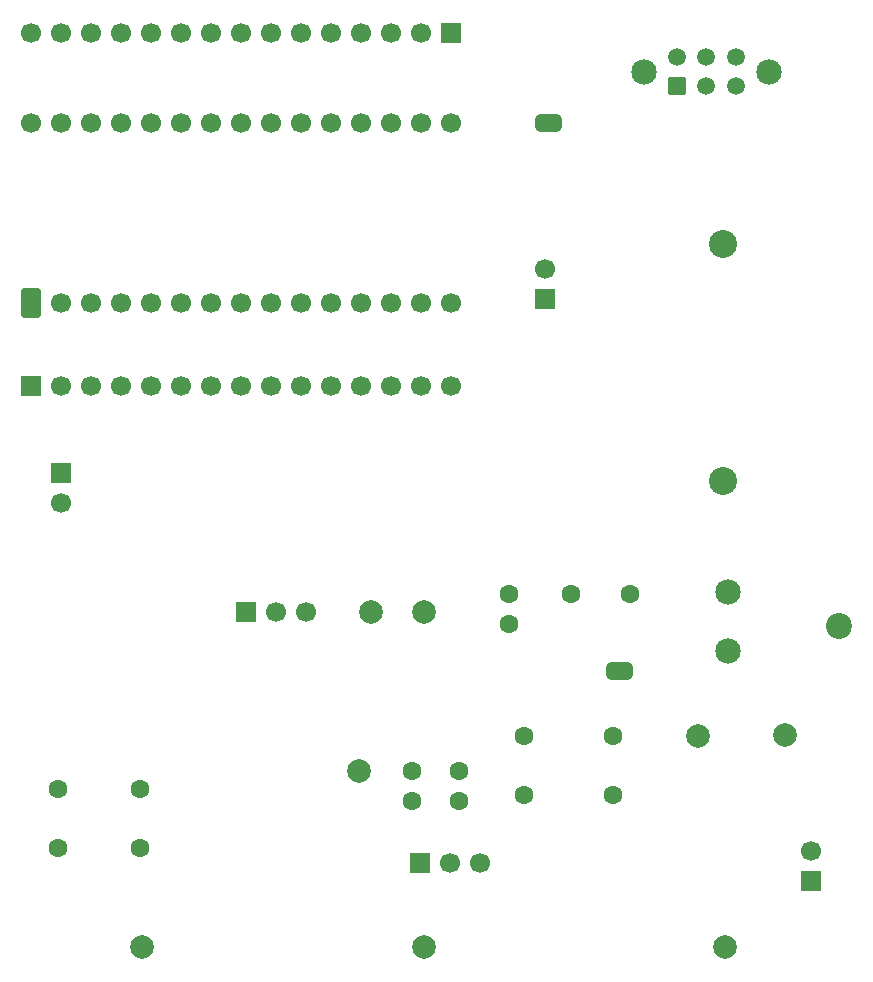
<source format=gbr>
%TF.GenerationSoftware,KiCad,Pcbnew,9.0.3*%
%TF.CreationDate,2025-08-01T09:54:24-04:00*%
%TF.ProjectId,ECG,4543472e-6b69-4636-9164-5f7063625858,rev?*%
%TF.SameCoordinates,Original*%
%TF.FileFunction,Soldermask,Bot*%
%TF.FilePolarity,Negative*%
%FSLAX46Y46*%
G04 Gerber Fmt 4.6, Leading zero omitted, Abs format (unit mm)*
G04 Created by KiCad (PCBNEW 9.0.3) date 2025-08-01 09:54:24*
%MOMM*%
%LPD*%
G01*
G04 APERTURE LIST*
G04 Aperture macros list*
%AMRoundRect*
0 Rectangle with rounded corners*
0 $1 Rounding radius*
0 $2 $3 $4 $5 $6 $7 $8 $9 X,Y pos of 4 corners*
0 Add a 4 corners polygon primitive as box body*
4,1,4,$2,$3,$4,$5,$6,$7,$8,$9,$2,$3,0*
0 Add four circle primitives for the rounded corners*
1,1,$1+$1,$2,$3*
1,1,$1+$1,$4,$5*
1,1,$1+$1,$6,$7*
1,1,$1+$1,$8,$9*
0 Add four rect primitives between the rounded corners*
20,1,$1+$1,$2,$3,$4,$5,0*
20,1,$1+$1,$4,$5,$6,$7,0*
20,1,$1+$1,$6,$7,$8,$9,0*
20,1,$1+$1,$8,$9,$2,$3,0*%
%AMFreePoly0*
4,1,23,0.500000,-0.750000,0.000000,-0.750000,0.000000,-0.745722,-0.065263,-0.745722,-0.191342,-0.711940,-0.304381,-0.646677,-0.396677,-0.554381,-0.461940,-0.441342,-0.495722,-0.315263,-0.495722,-0.250000,-0.500000,-0.250000,-0.500000,0.250000,-0.495722,0.250000,-0.495722,0.315263,-0.461940,0.441342,-0.396677,0.554381,-0.304381,0.646677,-0.191342,0.711940,-0.065263,0.745722,0.000000,0.745722,
0.000000,0.750000,0.500000,0.750000,0.500000,-0.750000,0.500000,-0.750000,$1*%
%AMFreePoly1*
4,1,23,0.000000,0.745722,0.065263,0.745722,0.191342,0.711940,0.304381,0.646677,0.396677,0.554381,0.461940,0.441342,0.495722,0.315263,0.495722,0.250000,0.500000,0.250000,0.500000,-0.250000,0.495722,-0.250000,0.495722,-0.315263,0.461940,-0.441342,0.396677,-0.554381,0.304381,-0.646677,0.191342,-0.711940,0.065263,-0.745722,0.000000,-0.745722,0.000000,-0.750000,-0.500000,-0.750000,
-0.500000,0.750000,0.000000,0.750000,0.000000,0.745722,0.000000,0.745722,$1*%
G04 Aperture macros list end*
%ADD10C,2.000000*%
%ADD11R,1.700000X1.700000*%
%ADD12C,1.700000*%
%ADD13C,1.600000*%
%ADD14C,2.154000*%
%ADD15C,2.200000*%
%ADD16RoundRect,0.255000X-0.595000X1.015000X-0.595000X-1.015000X0.595000X-1.015000X0.595000X1.015000X0*%
%ADD17C,2.379000*%
%ADD18RoundRect,0.102000X-0.654000X-0.654000X0.654000X-0.654000X0.654000X0.654000X-0.654000X0.654000X0*%
%ADD19C,1.512000*%
%ADD20FreePoly0,180.000000*%
%ADD21FreePoly1,180.000000*%
%ADD22FreePoly0,0.000000*%
%ADD23FreePoly1,0.000000*%
G04 APERTURE END LIST*
%TO.C,JP1*%
G36*
X150340001Y-81042999D02*
G01*
X150040001Y-81042999D01*
X150040001Y-82542999D01*
X150340001Y-82542999D01*
X150340001Y-81042999D01*
G37*
%TO.C,JP2*%
G36*
X144015000Y-36183000D02*
G01*
X144315000Y-36183000D01*
X144315000Y-34683000D01*
X144015000Y-34683000D01*
X144015000Y-36183000D01*
G37*
%TD*%
D10*
%TO.C,TP5*%
X159090001Y-105156000D03*
%TD*%
D11*
%TO.C,J3*%
X100330000Y-57658000D03*
D12*
X102870000Y-57658000D03*
X105410000Y-57658000D03*
X107950000Y-57658000D03*
X110490000Y-57658000D03*
X113030000Y-57658000D03*
X115570000Y-57658000D03*
X118110000Y-57658000D03*
X120650000Y-57658000D03*
X123190000Y-57658000D03*
X125730000Y-57658000D03*
X128270000Y-57658000D03*
X130810000Y-57658000D03*
X133350000Y-57658000D03*
X135890000Y-57658000D03*
%TD*%
D13*
%TO.C,C2*%
X109590001Y-96792999D03*
X109590001Y-91792999D03*
%TD*%
D11*
%TO.C,J2*%
X133260001Y-98042999D03*
D12*
X135800001Y-98042999D03*
X138340001Y-98042999D03*
%TD*%
D14*
%TO.C,J5*%
X159381000Y-75137000D03*
X159381000Y-80137000D03*
%TD*%
D13*
%TO.C,R22*%
X136590001Y-92832999D03*
X136590001Y-90292999D03*
%TD*%
%TO.C,C6*%
X142090001Y-92292999D03*
X142090001Y-87292999D03*
%TD*%
D10*
%TO.C,TP3*%
X133590001Y-105156000D03*
%TD*%
%TO.C,TP2*%
X129090001Y-76792999D03*
%TD*%
%TO.C,TP8*%
X164211000Y-87249000D03*
%TD*%
D11*
%TO.C,J8*%
X102870000Y-65019000D03*
D12*
X102870000Y-67559000D03*
%TD*%
D11*
%TO.C,J1*%
X118510001Y-76792999D03*
D12*
X121050001Y-76792999D03*
X123590001Y-76792999D03*
%TD*%
D13*
%TO.C,C22*%
X102590001Y-96792999D03*
X102590001Y-91792999D03*
%TD*%
D11*
%TO.C,J7*%
X166370000Y-99568000D03*
D12*
X166370000Y-97028000D03*
%TD*%
D10*
%TO.C,TP6*%
X128090001Y-90292999D03*
%TD*%
D15*
%TO.C,H1*%
X168783000Y-77978000D03*
%TD*%
D13*
%TO.C,C7*%
X151090001Y-75292999D03*
X146090001Y-75292999D03*
%TD*%
D16*
%TO.C,U3*%
X100330000Y-50673000D03*
D12*
X102870000Y-50673000D03*
X105410000Y-50673000D03*
X107950000Y-50673000D03*
X110490000Y-50673000D03*
X113030000Y-50673000D03*
X115570000Y-50673000D03*
X118110000Y-50673000D03*
X120650000Y-50673000D03*
X123190000Y-50673000D03*
X125730000Y-50673000D03*
X128270000Y-50673000D03*
X130810000Y-50673000D03*
X133350000Y-50673000D03*
X135890000Y-50673000D03*
X135890000Y-35433000D03*
X133350000Y-35433000D03*
X130810000Y-35433000D03*
X128270000Y-35433000D03*
X125730000Y-35433000D03*
X123190000Y-35433000D03*
X120650000Y-35433000D03*
X118110000Y-35433000D03*
X115570000Y-35433000D03*
X113030000Y-35433000D03*
X110490000Y-35433000D03*
X107950000Y-35433000D03*
X105410000Y-35433000D03*
X102870000Y-35433000D03*
X100330000Y-35433000D03*
%TD*%
D11*
%TO.C,J6*%
X143900000Y-50275000D03*
D12*
X143900000Y-47735000D03*
%TD*%
D10*
%TO.C,TP7*%
X156840001Y-87292999D03*
%TD*%
D17*
%TO.C,BT1*%
X158900000Y-65683750D03*
X158900000Y-45683750D03*
%TD*%
D10*
%TO.C,TP1*%
X133590001Y-76792999D03*
%TD*%
D13*
%TO.C,R11*%
X132590001Y-92832999D03*
X132590001Y-90292999D03*
%TD*%
D10*
%TO.C,TP4*%
X109728000Y-105156000D03*
%TD*%
D13*
%TO.C,C21*%
X149590001Y-92292999D03*
X149590001Y-87292999D03*
%TD*%
%TO.C,R14*%
X140840001Y-77837999D03*
X140840001Y-75297999D03*
%TD*%
D11*
%TO.C,J4*%
X135890000Y-27813000D03*
D12*
X133350000Y-27813000D03*
X130810000Y-27813000D03*
X128270000Y-27813000D03*
X125730000Y-27813000D03*
X123190000Y-27813000D03*
X120650000Y-27813000D03*
X118110000Y-27813000D03*
X115570000Y-27813000D03*
X113030000Y-27813000D03*
X110490000Y-27813000D03*
X107950000Y-27813000D03*
X105410000Y-27813000D03*
X102870000Y-27813000D03*
X100330000Y-27813000D03*
%TD*%
D18*
%TO.C,S1*%
X155020000Y-32258000D03*
D19*
X157520000Y-32258000D03*
X160020000Y-32258000D03*
X155020000Y-29858000D03*
X157520000Y-29858000D03*
X160020000Y-29858000D03*
D14*
X152220000Y-31058000D03*
X162820000Y-31058000D03*
%TD*%
D20*
%TO.C,JP1*%
X150840001Y-81792999D03*
D21*
X149540001Y-81792999D03*
%TD*%
D22*
%TO.C,JP2*%
X143515000Y-35433000D03*
D23*
X144815000Y-35433000D03*
%TD*%
M02*

</source>
